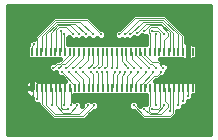
<source format=gbl>
G75*
%MOIN*%
%OFA0B0*%
%FSLAX25Y25*%
%IPPOS*%
%LPD*%
%AMOC8*
5,1,8,0,0,1.08239X$1,22.5*
%
%ADD10R,0.00787X0.02756*%
%ADD11C,0.00300*%
%ADD12C,0.01300*%
%ADD13C,0.01600*%
D10*
X0013257Y0020025D03*
X0014831Y0020025D03*
X0016406Y0020025D03*
X0017981Y0020025D03*
X0019556Y0020025D03*
X0021131Y0020025D03*
X0022706Y0020025D03*
X0024280Y0020025D03*
X0025855Y0020025D03*
X0027430Y0020025D03*
X0029005Y0020025D03*
X0030580Y0020025D03*
X0032154Y0020025D03*
X0033729Y0020025D03*
X0035304Y0020025D03*
X0036879Y0020025D03*
X0038454Y0020025D03*
X0040028Y0020025D03*
X0041603Y0020025D03*
X0043178Y0020025D03*
X0044753Y0020025D03*
X0046328Y0020025D03*
X0047902Y0020025D03*
X0049477Y0020025D03*
X0051052Y0020025D03*
X0052627Y0020025D03*
X0054202Y0020025D03*
X0055776Y0020025D03*
X0057351Y0020025D03*
X0058926Y0020025D03*
X0060501Y0020025D03*
X0062076Y0020025D03*
X0063650Y0020025D03*
X0065225Y0020025D03*
X0066800Y0020025D03*
X0066800Y0032151D03*
X0065146Y0032151D03*
X0063572Y0032151D03*
X0061997Y0032151D03*
X0060422Y0032151D03*
X0058847Y0032151D03*
X0057272Y0032151D03*
X0055698Y0032151D03*
X0054123Y0032151D03*
X0052548Y0032151D03*
X0050973Y0032151D03*
X0049398Y0032151D03*
X0047824Y0032151D03*
X0046249Y0032151D03*
X0044674Y0032151D03*
X0043099Y0032151D03*
X0041524Y0032151D03*
X0039950Y0032151D03*
X0038375Y0032151D03*
X0036800Y0032151D03*
X0035225Y0032151D03*
X0033650Y0032151D03*
X0032076Y0032151D03*
X0030501Y0032151D03*
X0028926Y0032151D03*
X0027351Y0032151D03*
X0025776Y0032151D03*
X0024202Y0032151D03*
X0022627Y0032151D03*
X0021052Y0032151D03*
X0019477Y0032151D03*
X0017902Y0032151D03*
X0016328Y0032151D03*
X0014753Y0032151D03*
X0013178Y0032151D03*
D11*
X0013200Y0032200D01*
X0013200Y0034000D01*
X0013800Y0034600D01*
X0015000Y0036700D02*
X0015000Y0032200D01*
X0014753Y0032151D01*
X0016328Y0032151D02*
X0016500Y0032200D01*
X0016500Y0037300D01*
X0021300Y0042100D01*
X0029400Y0042100D01*
X0033600Y0037900D01*
X0031200Y0037900D02*
X0027600Y0041500D01*
X0021600Y0041500D01*
X0018000Y0037900D01*
X0018000Y0032200D01*
X0017902Y0032151D01*
X0019477Y0032151D02*
X0019500Y0032200D01*
X0019500Y0038500D01*
X0021900Y0040900D01*
X0025800Y0040900D01*
X0028800Y0037900D01*
X0027000Y0037900D02*
X0024600Y0040300D01*
X0022200Y0040300D01*
X0021300Y0039400D01*
X0021300Y0032200D01*
X0021052Y0032151D01*
X0022627Y0032151D02*
X0022800Y0032200D01*
X0022800Y0039100D01*
X0024000Y0037900D02*
X0024000Y0032200D01*
X0024202Y0032151D01*
X0025500Y0031900D02*
X0025776Y0032151D01*
X0025500Y0031900D02*
X0025500Y0031000D01*
X0022500Y0028000D01*
X0021600Y0028000D01*
X0020400Y0026800D01*
X0022200Y0026800D02*
X0023400Y0028000D01*
X0024300Y0028000D01*
X0027300Y0031000D01*
X0027300Y0031900D01*
X0027351Y0032151D01*
X0028800Y0031900D02*
X0028926Y0032151D01*
X0028800Y0031900D02*
X0028800Y0031000D01*
X0024600Y0026800D01*
X0025500Y0025300D02*
X0028800Y0022000D01*
X0028800Y0020200D01*
X0029005Y0020025D01*
X0030300Y0020200D02*
X0030580Y0020025D01*
X0030300Y0020200D02*
X0030300Y0022900D01*
X0027900Y0025300D01*
X0027000Y0026800D02*
X0030300Y0030100D01*
X0030300Y0031900D01*
X0030501Y0032151D01*
X0031800Y0031900D02*
X0032076Y0032151D01*
X0031800Y0031900D02*
X0031800Y0029200D01*
X0029400Y0026800D01*
X0030300Y0025300D02*
X0032100Y0023500D01*
X0032100Y0020200D01*
X0032154Y0020025D01*
X0033600Y0020200D02*
X0033729Y0020025D01*
X0033600Y0020200D02*
X0033600Y0024700D01*
X0033000Y0025300D01*
X0032100Y0026800D02*
X0033600Y0028300D01*
X0033600Y0031900D01*
X0033650Y0032151D01*
X0035100Y0031900D02*
X0035225Y0032151D01*
X0035100Y0031900D02*
X0035100Y0028000D01*
X0033900Y0026800D01*
X0034800Y0025300D02*
X0035100Y0025000D01*
X0035100Y0020200D01*
X0035304Y0020025D01*
X0036600Y0020200D02*
X0036879Y0020025D01*
X0036600Y0020200D02*
X0036600Y0025300D01*
X0035700Y0026800D02*
X0036600Y0027700D01*
X0036600Y0031900D01*
X0036800Y0032151D01*
X0038100Y0031900D02*
X0038375Y0032151D01*
X0038100Y0031900D02*
X0038100Y0027400D01*
X0037500Y0026800D01*
X0038400Y0025300D02*
X0038400Y0020200D01*
X0038454Y0020025D01*
X0040028Y0020025D02*
X0040200Y0020200D01*
X0040200Y0024700D01*
X0040800Y0025300D01*
X0041700Y0024400D02*
X0042600Y0025300D01*
X0041700Y0024400D02*
X0041700Y0020200D01*
X0041603Y0020025D01*
X0043178Y0020025D02*
X0043200Y0020200D01*
X0043200Y0024100D01*
X0044400Y0025300D01*
X0045000Y0024100D02*
X0046200Y0025300D01*
X0045300Y0026800D02*
X0043200Y0028900D01*
X0043200Y0031900D01*
X0043099Y0032151D01*
X0041700Y0031900D02*
X0041524Y0032151D01*
X0041700Y0031900D02*
X0041700Y0026800D01*
X0039900Y0026800D02*
X0039900Y0031900D01*
X0039950Y0032151D01*
X0044674Y0032151D02*
X0044700Y0031900D01*
X0044700Y0029200D01*
X0047100Y0026800D01*
X0048600Y0025300D02*
X0046500Y0023200D01*
X0046500Y0020200D01*
X0046328Y0020025D01*
X0045000Y0020200D02*
X0044753Y0020025D01*
X0045000Y0020200D02*
X0045000Y0024100D01*
X0048000Y0022000D02*
X0051300Y0025300D01*
X0052200Y0026800D02*
X0048000Y0031000D01*
X0048000Y0031900D01*
X0047824Y0032151D01*
X0046500Y0031900D02*
X0046249Y0032151D01*
X0046500Y0031900D02*
X0046500Y0029800D01*
X0049500Y0026800D01*
X0052500Y0028000D02*
X0053400Y0028000D01*
X0054600Y0026800D01*
X0053700Y0025300D02*
X0049500Y0021100D01*
X0049500Y0020200D01*
X0049477Y0020025D01*
X0048000Y0020200D02*
X0047902Y0020025D01*
X0048000Y0020200D02*
X0048000Y0022000D01*
X0051052Y0020025D02*
X0051300Y0020200D01*
X0051300Y0021400D01*
X0054000Y0024100D01*
X0054900Y0024100D01*
X0056100Y0025300D01*
X0057000Y0026800D02*
X0055200Y0028600D01*
X0053400Y0028600D01*
X0051000Y0031000D01*
X0051000Y0031900D01*
X0050973Y0032151D01*
X0049500Y0031900D02*
X0049398Y0032151D01*
X0049500Y0031900D02*
X0049500Y0031000D01*
X0052500Y0028000D01*
X0052548Y0032151D02*
X0052500Y0032200D01*
X0052500Y0038200D01*
X0052200Y0038500D01*
X0052200Y0039700D01*
X0052800Y0040300D01*
X0054900Y0040300D01*
X0057300Y0037900D01*
X0058500Y0038500D02*
X0058500Y0037300D01*
X0057300Y0036100D01*
X0057300Y0032200D01*
X0057272Y0032151D01*
X0055800Y0032200D02*
X0055698Y0032151D01*
X0055800Y0032200D02*
X0055800Y0038500D01*
X0055200Y0039100D01*
X0053400Y0039100D01*
X0054600Y0037900D02*
X0054300Y0037600D01*
X0054300Y0032200D01*
X0054123Y0032151D01*
X0058847Y0032151D02*
X0059100Y0032200D01*
X0059100Y0038800D01*
X0056400Y0041500D01*
X0051300Y0041500D01*
X0048300Y0038500D01*
X0045900Y0037900D02*
X0050100Y0042100D01*
X0056700Y0042100D01*
X0060300Y0038500D01*
X0060300Y0032200D01*
X0060422Y0032151D01*
X0061800Y0032200D02*
X0061997Y0032151D01*
X0061800Y0032200D02*
X0061800Y0037900D01*
X0057000Y0042700D01*
X0048900Y0042700D01*
X0044100Y0037900D01*
X0042300Y0037900D02*
X0047700Y0043300D01*
X0057300Y0043300D01*
X0063300Y0037300D01*
X0063300Y0032200D01*
X0063572Y0032151D01*
X0065100Y0032200D02*
X0065146Y0032151D01*
X0065100Y0031900D01*
X0065100Y0031000D01*
X0061800Y0027700D01*
X0067800Y0021700D01*
X0067800Y0018100D01*
X0059700Y0010000D01*
X0019500Y0010000D01*
X0013500Y0016000D01*
X0013500Y0017500D01*
X0013500Y0019900D01*
X0013257Y0020025D01*
X0014831Y0020025D02*
X0015000Y0019900D01*
X0015000Y0016300D01*
X0016500Y0014800D02*
X0020700Y0010600D01*
X0030300Y0010600D01*
X0033900Y0014200D01*
X0031800Y0014200D02*
X0028800Y0011200D01*
X0021000Y0011200D01*
X0018000Y0014200D01*
X0018000Y0019900D01*
X0017981Y0020025D01*
X0016500Y0019900D02*
X0016406Y0020025D01*
X0016500Y0019900D02*
X0016500Y0014800D01*
X0019800Y0014200D02*
X0019800Y0019900D01*
X0019556Y0020025D01*
X0021131Y0020025D02*
X0021300Y0019900D01*
X0021300Y0014200D01*
X0023700Y0011800D01*
X0025800Y0011800D01*
X0028200Y0014200D01*
X0026400Y0014200D02*
X0026100Y0014500D01*
X0026100Y0019900D01*
X0025855Y0020025D01*
X0027300Y0020200D02*
X0027300Y0021100D01*
X0023100Y0025300D01*
X0022706Y0020025D02*
X0022800Y0019900D01*
X0022800Y0013600D01*
X0023400Y0013000D01*
X0025200Y0013000D01*
X0024000Y0014200D02*
X0024000Y0019900D01*
X0024280Y0020025D01*
X0027300Y0020200D02*
X0027430Y0020025D01*
X0047100Y0014200D02*
X0050700Y0010600D01*
X0059100Y0010600D01*
X0060300Y0011800D01*
X0060300Y0019900D01*
X0060501Y0020025D01*
X0059100Y0019900D02*
X0058926Y0020025D01*
X0059100Y0019900D02*
X0059100Y0012400D01*
X0058500Y0013600D02*
X0056100Y0011200D01*
X0052500Y0011200D01*
X0050700Y0013000D01*
X0052200Y0013600D02*
X0052500Y0013900D01*
X0052500Y0019900D01*
X0052627Y0020025D01*
X0054202Y0020025D02*
X0054300Y0019900D01*
X0054300Y0014500D01*
X0054600Y0014200D01*
X0055200Y0013000D02*
X0055800Y0013600D01*
X0055800Y0019900D01*
X0055776Y0020025D01*
X0057351Y0020025D02*
X0057600Y0019900D01*
X0057600Y0015700D01*
X0058500Y0014800D01*
X0058500Y0013600D01*
X0057300Y0014200D02*
X0054900Y0011800D01*
X0052800Y0011800D01*
X0052200Y0012400D01*
X0052200Y0013600D01*
X0053400Y0013000D02*
X0055200Y0013000D01*
X0061800Y0014200D02*
X0061800Y0019900D01*
X0062076Y0020025D01*
X0063600Y0019900D02*
X0063650Y0020025D01*
X0063600Y0019900D02*
X0063600Y0015700D01*
X0065100Y0017500D02*
X0065100Y0019900D01*
X0065225Y0020025D01*
X0060600Y0025300D02*
X0060600Y0026500D01*
X0061800Y0027700D01*
X0065100Y0032200D02*
X0065100Y0034600D01*
X0064500Y0035200D01*
X0058500Y0038500D02*
X0056100Y0040900D01*
X0052500Y0040900D01*
X0050700Y0039100D01*
X0036300Y0037900D02*
X0031500Y0042700D01*
X0021000Y0042700D01*
X0015000Y0036700D01*
D12*
X0013800Y0034600D03*
X0022800Y0039100D03*
X0024000Y0037900D03*
X0027000Y0037900D03*
X0028800Y0037900D03*
X0031200Y0037900D03*
X0033600Y0037900D03*
X0036300Y0037900D03*
X0042300Y0037900D03*
X0044100Y0037900D03*
X0045900Y0037900D03*
X0048300Y0038500D03*
X0050700Y0039100D03*
X0053400Y0039100D03*
X0054600Y0037900D03*
X0057300Y0037900D03*
X0064500Y0035200D03*
X0057000Y0026800D03*
X0056100Y0025300D03*
X0054600Y0026800D03*
X0053700Y0025300D03*
X0052200Y0026800D03*
X0051300Y0025300D03*
X0049500Y0026800D03*
X0048600Y0025300D03*
X0047100Y0026800D03*
X0046200Y0025300D03*
X0045300Y0026800D03*
X0044400Y0025300D03*
X0042600Y0025300D03*
X0041700Y0026800D03*
X0040800Y0025300D03*
X0039900Y0026800D03*
X0038400Y0025300D03*
X0037500Y0026800D03*
X0036600Y0025300D03*
X0035700Y0026800D03*
X0034800Y0025300D03*
X0033900Y0026800D03*
X0033000Y0025300D03*
X0032100Y0026800D03*
X0030300Y0025300D03*
X0029400Y0026800D03*
X0027900Y0025300D03*
X0027000Y0026800D03*
X0025500Y0025300D03*
X0024600Y0026800D03*
X0023100Y0025300D03*
X0022200Y0026800D03*
X0020400Y0026800D03*
X0013500Y0017500D03*
X0015000Y0016300D03*
X0019800Y0014200D03*
X0024000Y0014200D03*
X0025200Y0013000D03*
X0026400Y0014200D03*
X0028200Y0014200D03*
X0031800Y0014200D03*
X0033900Y0014200D03*
X0047100Y0014200D03*
X0050700Y0013000D03*
X0053400Y0013000D03*
X0054600Y0014200D03*
X0057300Y0014200D03*
X0059100Y0012400D03*
X0061800Y0014200D03*
X0063600Y0015700D03*
X0065100Y0017500D03*
X0060600Y0025300D03*
D13*
X0005100Y0004600D02*
X0005100Y0047461D01*
X0072701Y0047461D01*
X0072701Y0004600D01*
X0005100Y0004600D01*
X0005100Y0004856D02*
X0072701Y0004856D01*
X0072701Y0006454D02*
X0005100Y0006454D01*
X0005100Y0008053D02*
X0072701Y0008053D01*
X0072701Y0009651D02*
X0059919Y0009651D01*
X0059618Y0009350D02*
X0060350Y0010082D01*
X0061550Y0011282D01*
X0061550Y0012450D01*
X0062525Y0012450D01*
X0063550Y0013475D01*
X0063550Y0013950D01*
X0064325Y0013950D01*
X0065350Y0014975D01*
X0065350Y0015750D01*
X0065825Y0015750D01*
X0066850Y0016775D01*
X0066850Y0017547D01*
X0067649Y0017547D01*
X0068294Y0018191D01*
X0068294Y0021859D01*
X0067649Y0022503D01*
X0054171Y0022503D01*
X0054518Y0022850D01*
X0055418Y0022850D01*
X0056118Y0023550D01*
X0056825Y0023550D01*
X0057850Y0024575D01*
X0057850Y0025175D01*
X0058750Y0026075D01*
X0058750Y0027525D01*
X0057725Y0028550D01*
X0057018Y0028550D01*
X0055895Y0029673D01*
X0063309Y0029673D01*
X0063312Y0029668D01*
X0063648Y0029333D01*
X0064058Y0029096D01*
X0064516Y0028973D01*
X0065146Y0028973D01*
X0065146Y0032151D01*
X0065146Y0035329D01*
X0064550Y0035329D01*
X0064550Y0037818D01*
X0058550Y0043818D01*
X0057818Y0044550D01*
X0047182Y0044550D01*
X0042282Y0039650D01*
X0041575Y0039650D01*
X0040550Y0038625D01*
X0040550Y0037175D01*
X0041575Y0036150D01*
X0043025Y0036150D01*
X0043200Y0036325D01*
X0043375Y0036150D01*
X0044825Y0036150D01*
X0045000Y0036325D01*
X0045175Y0036150D01*
X0046625Y0036150D01*
X0047400Y0036925D01*
X0047575Y0036750D01*
X0049025Y0036750D01*
X0049800Y0037525D01*
X0049975Y0037350D01*
X0051250Y0037350D01*
X0051250Y0034629D01*
X0025250Y0034629D01*
X0025250Y0036675D01*
X0025500Y0036925D01*
X0026275Y0036150D01*
X0027725Y0036150D01*
X0027900Y0036325D01*
X0028075Y0036150D01*
X0029525Y0036150D01*
X0030000Y0036625D01*
X0030475Y0036150D01*
X0031925Y0036150D01*
X0032400Y0036625D01*
X0032875Y0036150D01*
X0034325Y0036150D01*
X0034950Y0036775D01*
X0035575Y0036150D01*
X0037025Y0036150D01*
X0038050Y0037175D01*
X0038050Y0038625D01*
X0037025Y0039650D01*
X0036318Y0039650D01*
X0032018Y0043950D01*
X0020482Y0043950D01*
X0019750Y0043218D01*
X0013750Y0037218D01*
X0013750Y0036350D01*
X0013075Y0036350D01*
X0012050Y0035325D01*
X0012050Y0034618D01*
X0011950Y0034518D01*
X0011950Y0034250D01*
X0011684Y0033985D01*
X0011684Y0030317D01*
X0012329Y0029673D01*
X0022405Y0029673D01*
X0021982Y0029250D01*
X0021082Y0029250D01*
X0020382Y0028550D01*
X0019675Y0028550D01*
X0018650Y0027525D01*
X0018650Y0026075D01*
X0019675Y0025050D01*
X0021125Y0025050D01*
X0021300Y0025225D01*
X0021350Y0025175D01*
X0021350Y0024575D01*
X0022375Y0023550D01*
X0023082Y0023550D01*
X0024129Y0022503D01*
X0015094Y0022503D01*
X0015091Y0022508D01*
X0014756Y0022843D01*
X0014345Y0023080D01*
X0013887Y0023203D01*
X0013257Y0023203D01*
X0013257Y0020025D01*
X0013257Y0020025D01*
X0013257Y0023203D01*
X0012626Y0023203D01*
X0012168Y0023080D01*
X0011758Y0022843D01*
X0011423Y0022508D01*
X0011186Y0022098D01*
X0011063Y0021640D01*
X0011063Y0020025D01*
X0013257Y0020025D01*
X0011063Y0020025D01*
X0011063Y0018410D01*
X0011186Y0017952D01*
X0011423Y0017542D01*
X0011758Y0017207D01*
X0012168Y0016970D01*
X0012626Y0016847D01*
X0013250Y0016847D01*
X0013250Y0015575D01*
X0014275Y0014550D01*
X0015250Y0014550D01*
X0015250Y0014282D01*
X0020182Y0009350D01*
X0030818Y0009350D01*
X0033918Y0012450D01*
X0034625Y0012450D01*
X0035650Y0013475D01*
X0035650Y0014925D01*
X0034625Y0015950D01*
X0033175Y0015950D01*
X0032850Y0015625D01*
X0032525Y0015950D01*
X0031075Y0015950D01*
X0030050Y0014925D01*
X0030050Y0014218D01*
X0029950Y0014118D01*
X0029950Y0014925D01*
X0028925Y0015950D01*
X0027475Y0015950D01*
X0027350Y0015825D01*
X0027350Y0017547D01*
X0051250Y0017547D01*
X0051250Y0014750D01*
X0049975Y0014750D01*
X0049146Y0013921D01*
X0048850Y0014218D01*
X0048850Y0014925D01*
X0047825Y0015950D01*
X0046375Y0015950D01*
X0045350Y0014925D01*
X0045350Y0013475D01*
X0046375Y0012450D01*
X0047082Y0012450D01*
X0050182Y0009350D01*
X0059618Y0009350D01*
X0061517Y0011250D02*
X0072701Y0011250D01*
X0072701Y0012848D02*
X0062923Y0012848D01*
X0064822Y0014447D02*
X0072701Y0014447D01*
X0072701Y0016045D02*
X0066120Y0016045D01*
X0067746Y0017644D02*
X0072701Y0017644D01*
X0072701Y0019242D02*
X0068294Y0019242D01*
X0068294Y0020841D02*
X0072701Y0020841D01*
X0072701Y0022439D02*
X0067713Y0022439D01*
X0072701Y0024038D02*
X0057313Y0024038D01*
X0058311Y0025636D02*
X0072701Y0025636D01*
X0072701Y0027235D02*
X0058750Y0027235D01*
X0056734Y0028833D02*
X0072701Y0028833D01*
X0072701Y0030432D02*
X0068294Y0030432D01*
X0068294Y0030317D02*
X0068294Y0033985D01*
X0067649Y0034629D01*
X0066984Y0034629D01*
X0066981Y0034634D01*
X0066645Y0034969D01*
X0066235Y0035206D01*
X0065777Y0035329D01*
X0065147Y0035329D01*
X0065147Y0032151D01*
X0065146Y0032151D01*
X0065147Y0032151D01*
X0065147Y0028973D01*
X0065777Y0028973D01*
X0066235Y0029096D01*
X0066645Y0029333D01*
X0066981Y0029668D01*
X0066984Y0029673D01*
X0067649Y0029673D01*
X0068294Y0030317D01*
X0068294Y0032030D02*
X0072701Y0032030D01*
X0072701Y0033629D02*
X0068294Y0033629D01*
X0066156Y0035227D02*
X0072701Y0035227D01*
X0072701Y0036826D02*
X0064550Y0036826D01*
X0063943Y0038424D02*
X0072701Y0038424D01*
X0072701Y0040023D02*
X0062345Y0040023D01*
X0060746Y0041621D02*
X0072701Y0041621D01*
X0072701Y0043220D02*
X0059148Y0043220D01*
X0051250Y0036826D02*
X0049101Y0036826D01*
X0047499Y0036826D02*
X0047301Y0036826D01*
X0051250Y0035227D02*
X0025250Y0035227D01*
X0025401Y0036826D02*
X0025599Y0036826D01*
X0018154Y0041621D02*
X0005100Y0041621D01*
X0005100Y0040023D02*
X0016555Y0040023D01*
X0014957Y0038424D02*
X0005100Y0038424D01*
X0005100Y0036826D02*
X0013750Y0036826D01*
X0012050Y0035227D02*
X0005100Y0035227D01*
X0005100Y0033629D02*
X0011684Y0033629D01*
X0011684Y0032030D02*
X0005100Y0032030D01*
X0005100Y0030432D02*
X0011684Y0030432D01*
X0005100Y0028833D02*
X0020666Y0028833D01*
X0018650Y0027235D02*
X0005100Y0027235D01*
X0005100Y0025636D02*
X0019089Y0025636D01*
X0021887Y0024038D02*
X0005100Y0024038D01*
X0005100Y0022439D02*
X0011383Y0022439D01*
X0011063Y0020841D02*
X0005100Y0020841D01*
X0005100Y0019242D02*
X0011063Y0019242D01*
X0011364Y0017644D02*
X0005100Y0017644D01*
X0005100Y0016045D02*
X0013250Y0016045D01*
X0015250Y0014447D02*
X0005100Y0014447D01*
X0005100Y0012848D02*
X0016684Y0012848D01*
X0018283Y0011250D02*
X0005100Y0011250D01*
X0005100Y0009651D02*
X0019881Y0009651D01*
X0027350Y0016045D02*
X0051250Y0016045D01*
X0049672Y0014447D02*
X0048850Y0014447D01*
X0045977Y0012848D02*
X0035023Y0012848D01*
X0035650Y0014447D02*
X0045350Y0014447D01*
X0048283Y0011250D02*
X0032717Y0011250D01*
X0031119Y0009651D02*
X0049881Y0009651D01*
X0030050Y0014447D02*
X0029950Y0014447D01*
X0013257Y0020025D02*
X0013257Y0020025D01*
X0013257Y0020841D02*
X0013257Y0020841D01*
X0013257Y0022439D02*
X0013257Y0022439D01*
X0037701Y0036826D02*
X0040899Y0036826D01*
X0040550Y0038424D02*
X0038050Y0038424D01*
X0035945Y0040023D02*
X0042655Y0040023D01*
X0044254Y0041621D02*
X0034346Y0041621D01*
X0032748Y0043220D02*
X0045852Y0043220D01*
X0065146Y0035227D02*
X0065147Y0035227D01*
X0065146Y0033629D02*
X0065147Y0033629D01*
X0065146Y0032030D02*
X0065147Y0032030D01*
X0065146Y0030432D02*
X0065147Y0030432D01*
X0072701Y0044818D02*
X0005100Y0044818D01*
X0005100Y0043220D02*
X0019752Y0043220D01*
X0005100Y0046417D02*
X0072701Y0046417D01*
M02*

</source>
